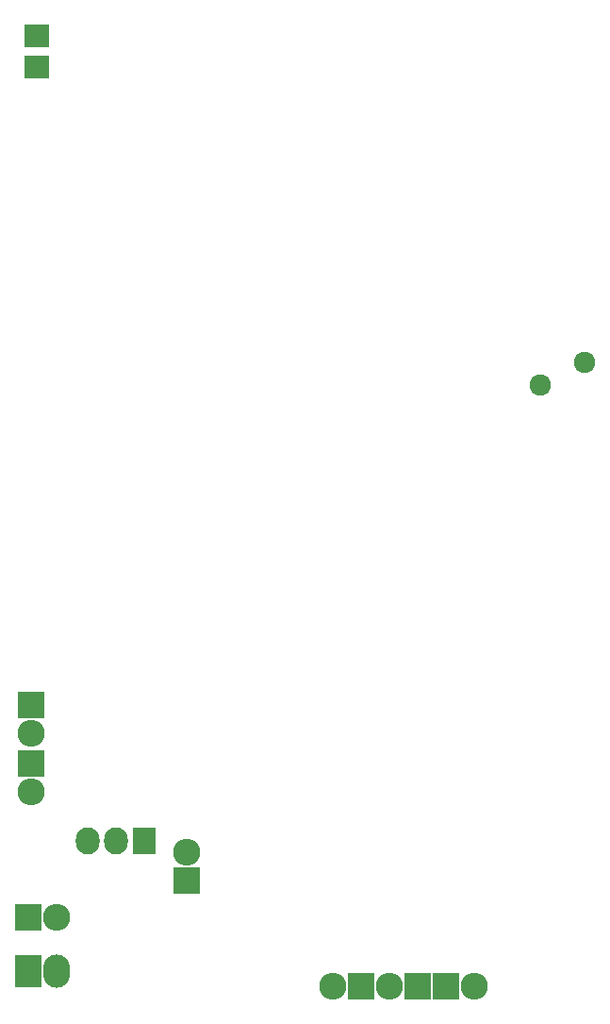
<source format=gbs>
G04 #@! TF.FileFunction,Soldermask,Bot*
%FSLAX46Y46*%
G04 Gerber Fmt 4.6, Leading zero omitted, Abs format (unit mm)*
G04 Created by KiCad (PCBNEW 4.0.4-stable) date 2017 March 07, Tuesday 22:42:02*
%MOMM*%
%LPD*%
G01*
G04 APERTURE LIST*
%ADD10C,0.100000*%
%ADD11R,2.432000X2.432000*%
%ADD12O,2.432000X2.432000*%
%ADD13R,2.400000X3.000000*%
%ADD14O,2.400000X3.000000*%
%ADD15R,2.127200X2.432000*%
%ADD16O,2.127200X2.432000*%
%ADD17R,2.200860X1.997660*%
%ADD18C,1.924000*%
G04 APERTURE END LIST*
D10*
D11*
X133598000Y-140390000D03*
D12*
X131058000Y-140390000D03*
D13*
X98646000Y-139104000D03*
D14*
X101186000Y-139104000D03*
D11*
X128518000Y-140390000D03*
D12*
X125978000Y-140390000D03*
D11*
X136140000Y-140400000D03*
D12*
X138680000Y-140400000D03*
D15*
X109060000Y-127420000D03*
D16*
X106520000Y-127420000D03*
X103980000Y-127420000D03*
D11*
X98900000Y-120460000D03*
D12*
X98900000Y-123000000D03*
D11*
X98646000Y-134278000D03*
D12*
X101186000Y-134278000D03*
D11*
X112870000Y-130976000D03*
D12*
X112870000Y-128436000D03*
D11*
X98900000Y-115228000D03*
D12*
X98900000Y-117768000D03*
D17*
X99408000Y-57973860D03*
X99408000Y-55134140D03*
D18*
X148650000Y-84470000D03*
X144650000Y-86470000D03*
M02*

</source>
